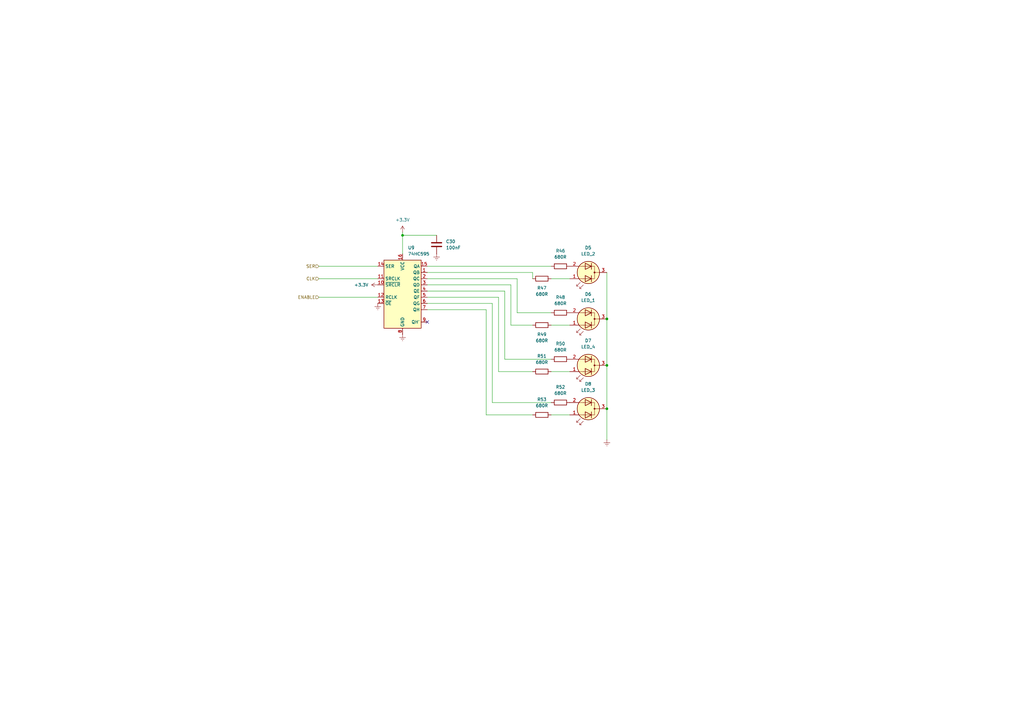
<source format=kicad_sch>
(kicad_sch (version 20231120) (generator "eeschema") (generator_version "8.0")
  (paper "A3")
  (lib_symbols
    (symbol "74xx:74HC595"
      (property "Reference" "U" (at -7.62 13.97 0))
      (property "Value" "74HC595" (at -7.62 -16.51 0))
      (symbol "74HC595_1_0"
        (pin tri_state line (at 10.16 7.62 180) (length 2.54) (name "QB") (number "1"))
        (pin input line (at -10.16 2.54 0) (length 2.54) (name "~{SRCLR}") (number "10"))
        (pin input line (at -10.16 5.08 0) (length 2.54) (name "SRCLK") (number "11"))
        (pin input line (at -10.16 -2.54 0) (length 2.54) (name "RCLK") (number "12"))
        (pin input line (at -10.16 -5.08 0) (length 2.54) (name "~{OE}") (number "13"))
        (pin input line (at -10.16 10.16 0) (length 2.54) (name "SER") (number "14"))
        (pin tri_state line (at 10.16 10.16 180) (length 2.54) (name "QA") (number "15"))
        (pin power_in line (at 0 15.24 270) (length 2.54) (name "VCC") (number "16"))
        (pin tri_state line (at 10.16 5.08 180) (length 2.54) (name "QC") (number "2"))
        (pin tri_state line (at 10.16 2.54 180) (length 2.54) (name "QD") (number "3"))
        (pin tri_state line (at 10.16 0 180) (length 2.54) (name "QE") (number "4"))
        (pin tri_state line (at 10.16 -2.54 180) (length 2.54) (name "QF") (number "5"))
        (pin tri_state line (at 10.16 -5.08 180) (length 2.54) (name "QG") (number "6"))
        (pin tri_state line (at 10.16 -7.62 180) (length 2.54) (name "QH") (number "7"))
        (pin power_in line (at 0 -17.78 90) (length 2.54) (name "GND") (number "8"))
        (pin output line (at 10.16 -12.7 180) (length 2.54) (name "QH'") (number "9"))
      )
      (symbol "74HC595_1_1"
        (rectangle (start -7.62 12.7) (end 7.62 -15.24) (stroke (width 0.254)) (fill (type background)))
      )
    )
    (symbol "Device:C" (pin_numbers hide) (pin_names (offset 0.254))
      (property "Reference" "C" (at 0.635 2.54 0))
      (property "Value" "C" (at 0.635 -2.54 0))
      (symbol "C_0_1"
        (polyline (pts (xy -2.032 -0.762) (xy 2.032 -0.762)) (stroke (width 0.508)))
        (polyline (pts (xy -2.032 0.762) (xy 2.032 0.762)) (stroke (width 0.508)))
      )
      (symbol "C_1_1"
        (pin passive line (at 0 3.81 270) (length 2.794) (name "~") (number "1"))
        (pin passive line (at 0 -3.81 90) (length 2.794) (name "~") (number "2"))
      )
    )
    (symbol "Device:LED_Dual_AAK" (pin_names (offset 0) hide)
      (property "Reference" "D" (at 0 5.715 0))
      (property "Value" "LED_Dual_AAK" (at 0 -6.35 0))
      (symbol "LED_Dual_AAK_0_1"
        (circle (center -2.54 0) (radius 0.2794) (fill (type outline)))
        (polyline (pts (xy -4.572 0) (xy -2.54 0)))
        (polyline (pts (xy -1.27 -1.27) (xy -1.27 -3.81)) (stroke (width 0.254)))
        (polyline (pts (xy -1.27 1.27) (xy -1.27 3.81)) (stroke (width 0.254)))
        (polyline (pts (xy 3.81 -2.54) (xy 1.905 -2.54)))
        (polyline (pts (xy 3.81 2.54) (xy 1.905 2.54)))
        (polyline (pts (xy 1.27 -3.81) (xy 1.27 -1.27) (xy -1.27 -2.54) (xy 1.27 -3.81)) (stroke (width 0.254)))
        (polyline (pts (xy 1.27 1.27) (xy 1.27 3.81) (xy -1.27 2.54) (xy 1.27 1.27)) (stroke (width 0.254)))
        (polyline (pts (xy 2.032 2.54) (xy -2.54 2.54) (xy -2.54 -2.54) (xy 2.032 -2.54)))
        (polyline (pts (xy 2.032 5.08) (xy 3.556 6.604) (xy 2.794 6.604) (xy 3.556 6.604) (xy 3.556 5.842)))
        (polyline (pts (xy 3.302 4.064) (xy 4.826 5.588) (xy 4.064 5.588) (xy 4.826 5.588) (xy 4.826 4.826)))
        (circle (center 0 0) (radius 4.572) (stroke (width 0.254)) (fill (type background)))
      )
      (symbol "LED_Dual_AAK_1_1"
        (pin input line (at 7.62 2.54 180) (length 3.81) (name "A1") (number "1"))
        (pin input line (at 7.62 -2.54 180) (length 3.81) (name "A2") (number "2"))
        (pin input line (at -7.62 0 0) (length 3.048) (name "K") (number "3"))
      )
    )
    (symbol "Device:R" (pin_numbers hide) (pin_names (offset 0))
      (property "Reference" "R" (at 2.032 0 90))
      (property "Value" "R" (at 0 0 90))
      (symbol "R_0_1"
        (rectangle (start -1.016 -2.54) (end 1.016 2.54) (stroke (width 0.254)))
      )
      (symbol "R_1_1"
        (pin passive line (at 0 3.81 270) (length 1.27) (name "~") (number "1"))
        (pin passive line (at 0 -3.81 90) (length 1.27) (name "~") (number "2"))
      )
    )
    (symbol "power:+3.3V" (power) (pin_numbers hide) (pin_names (offset 0) hide)
      (property "Value" "+3.3V" (at 0 3.556 0))
      (symbol "+3.3V_0_1"
        (polyline (pts (xy -0.762 1.27) (xy 0 2.54)))
        (polyline (pts (xy 0 0) (xy 0 2.54)))
        (polyline (pts (xy 0 2.54) (xy 0.762 1.27)))
      )
      (symbol "+3.3V_1_1"
        (pin power_in line (at 0 0 90) (length 0) (name "~") (number "1"))
      )
    )
    (symbol "power:GNDREF" (power) (pin_numbers hide) (pin_names (offset 0) hide)
      (property "Value" "GNDREF" (at 0 -3.81 0))
      (symbol "GNDREF_0_1"
        (polyline (pts (xy -0.635 -1.905) (xy 0.635 -1.905)))
        (polyline (pts (xy -0.127 -2.54) (xy 0.127 -2.54)))
        (polyline (pts (xy 0 -1.27) (xy 0 0)))
        (polyline (pts (xy 1.27 -1.27) (xy -1.27 -1.27)))
      )
      (symbol "GNDREF_1_1"
        (pin power_in line (at 0 0 270) (length 0) (name "~") (number "1"))
      )
    )
  )
  (junction (at 248.92 167.64))
  (junction (at 165.1 96.52))
  (junction (at 248.92 149.86))
  (junction (at 248.92 130.81))
  (no_connect (at 175.26 132.08))
  (wire (pts (xy 175.26 114.3) (xy 212.09 114.3)))
  (wire (pts (xy 175.26 119.38) (xy 207.01 119.38)))
  (wire (pts (xy 130.81 109.22) (xy 154.94 109.22)))
  (wire (pts (xy 248.92 149.86) (xy 248.92 167.64)))
  (wire (pts (xy 201.93 165.1) (xy 201.93 124.46)))
  (wire (pts (xy 226.06 170.18) (xy 233.68 170.18)))
  (wire (pts (xy 248.92 130.81) (xy 248.92 149.86)))
  (wire (pts (xy 130.81 114.3) (xy 154.94 114.3)))
  (wire (pts (xy 226.06 152.4) (xy 233.68 152.4)))
  (wire (pts (xy 212.09 128.27) (xy 226.06 128.27)))
  (wire (pts (xy 154.94 121.92) (xy 130.81 121.92)))
  (wire (pts (xy 204.47 121.92) (xy 175.26 121.92)))
  (wire (pts (xy 175.26 111.76) (xy 218.44 111.76)))
  (wire (pts (xy 212.09 114.3) (xy 212.09 128.27)))
  (wire (pts (xy 165.1 95.25) (xy 165.1 96.52)))
  (wire (pts (xy 218.44 152.4) (xy 204.47 152.4)))
  (wire (pts (xy 207.01 147.32) (xy 226.06 147.32)))
  (wire (pts (xy 207.01 119.38) (xy 207.01 147.32)))
  (wire (pts (xy 226.06 165.1) (xy 201.93 165.1)))
  (wire (pts (xy 226.06 133.35) (xy 233.68 133.35)))
  (wire (pts (xy 204.47 152.4) (xy 204.47 121.92)))
  (wire (pts (xy 165.1 96.52) (xy 165.1 104.14)))
  (wire (pts (xy 209.55 133.35) (xy 209.55 116.84)))
  (wire (pts (xy 175.26 127) (xy 199.39 127)))
  (wire (pts (xy 218.44 111.76) (xy 218.44 114.3)))
  (wire (pts (xy 226.06 114.3) (xy 233.68 114.3)))
  (wire (pts (xy 248.92 180.34) (xy 248.92 167.64)))
  (wire (pts (xy 209.55 116.84) (xy 175.26 116.84)))
  (wire (pts (xy 199.39 127) (xy 199.39 170.18)))
  (wire (pts (xy 165.1 96.52) (xy 179.07 96.52)))
  (wire (pts (xy 201.93 124.46) (xy 175.26 124.46)))
  (wire (pts (xy 199.39 170.18) (xy 218.44 170.18)))
  (wire (pts (xy 248.92 111.76) (xy 248.92 130.81)))
  (wire (pts (xy 175.26 109.22) (xy 226.06 109.22)))
  (wire (pts (xy 218.44 133.35) (xy 209.55 133.35)))
  (hierarchical_label "ENABLE" (shape input) (at 130.81 121.92 180))
  (hierarchical_label "CLK" (shape input) (at 130.81 114.3 180))
  (hierarchical_label "SER" (shape input) (at 130.81 109.22 180))
  (symbol (lib_id "Device:LED_Dual_AAK") (at 241.3 167.64 180) (unit 1)
    (property "Reference" "D8" (at 241.2365 157.48 0))
    (property "Value" "LED_3" (at 241.2365 160.02 0))
    (property "Footprint" "Synth:LED_D5.0mm-3_DUAL" (effects (hide yes)))
    (property "Description" "Dual LED, common cathode on pin 3" (effects (hide yes)))
  )
  (symbol (lib_id "power:GNDREF") (at 179.07 104.14 0) (unit 1)
    (property "Reference" "#PWR092" (effects (hide yes)))
    (property "Value" "GNDREF" (effects (hide yes)))
    (property "Description" "Power symbol creates a global label with name \"GNDREF\" , reference supply ground" (effects (hide yes)))
  )
  (symbol (lib_id "Device:LED_Dual_AAK") (at 241.3 149.86 180) (unit 1)
    (property "Reference" "D7" (at 241.2365 139.7 0))
    (property "Value" "LED_4" (at 241.2365 142.24 0))
    (property "Footprint" "Synth:LED_D5.0mm-3_DUAL" (effects (hide yes)))
    (property "Description" "Dual LED, common cathode on pin 3" (effects (hide yes)))
  )
  (symbol (lib_id "Device:R") (at 229.87 109.22 90) (unit 1)
    (property "Reference" "R46" (at 229.87 102.87 90))
    (property "Value" "680R" (at 229.87 105.41 90))
    (property "Footprint" "Resistor_SMD:R_0805_2012Metric_Pad1.20x1.40mm_HandSolder" (effects (hide yes)))
    (property "Description" "Resistor" (effects (hide yes)))
  )
  (symbol (lib_id "Device:R") (at 229.87 147.32 90) (unit 1)
    (property "Reference" "R50" (at 229.87 140.97 90))
    (property "Value" "680R" (at 229.87 143.51 90))
    (property "Footprint" "Resistor_SMD:R_0805_2012Metric_Pad1.20x1.40mm_HandSolder" (effects (hide yes)))
    (property "Description" "Resistor" (effects (hide yes)))
  )
  (symbol (lib_id "Device:R") (at 222.25 114.3 90) (unit 1)
    (property "Reference" "R47" (at 222.25 118.11 90))
    (property "Value" "680R" (at 222.25 120.65 90))
    (property "Footprint" "Resistor_SMD:R_0805_2012Metric_Pad1.20x1.40mm_HandSolder" (effects (hide yes)))
    (property "Description" "Resistor" (effects (hide yes)))
  )
  (symbol (lib_id "Device:R") (at 229.87 128.27 90) (unit 1)
    (property "Reference" "R48" (at 229.87 121.92 90))
    (property "Value" "680R" (at 229.87 124.46 90))
    (property "Footprint" "Resistor_SMD:R_0805_2012Metric_Pad1.20x1.40mm_HandSolder" (effects (hide yes)))
    (property "Description" "Resistor" (effects (hide yes)))
  )
  (symbol (lib_id "power:GNDREF") (at 248.92 180.34 0) (unit 1)
    (property "Reference" "#PWR096" (effects (hide yes)))
    (property "Value" "GNDREF" (effects (hide yes)))
    (property "Description" "Power symbol creates a global label with name \"GNDREF\" , reference supply ground" (effects (hide yes)))
  )
  (symbol (lib_id "Device:R") (at 222.25 170.18 90) (unit 1)
    (property "Reference" "R53" (at 222.25 163.83 90))
    (property "Value" "680R" (at 222.25 166.37 90))
    (property "Footprint" "Resistor_SMD:R_0805_2012Metric_Pad1.20x1.40mm_HandSolder" (effects (hide yes)))
    (property "Description" "Resistor" (effects (hide yes)))
  )
  (symbol (lib_id "Device:C") (at 179.07 100.33 180) (unit 1)
    (property "Reference" "C30" (at 182.88 99.0599 0) (effects (justify right)))
    (property "Value" "100nF" (at 182.88 101.5999 0) (effects (justify right)))
    (property "Footprint" "Capacitor_SMD:C_0805_2012Metric_Pad1.18x1.45mm_HandSolder" (effects (hide yes)))
    (property "Description" "Unpolarized capacitor" (effects (hide yes)))
  )
  (symbol (lib_id "power:GNDREF") (at 165.1 137.16 0) (unit 1)
    (property "Reference" "#PWR095" (effects (hide yes)))
    (property "Value" "GNDREF" (effects (hide yes)))
    (property "Description" "Power symbol creates a global label with name \"GNDREF\" , reference supply ground" (effects (hide yes)))
  )
  (symbol (lib_id "power:+3.3V") (at 165.1 95.25 0) (unit 1)
    (property "Reference" "#PWR091" (effects (hide yes)))
    (property "Value" "+3.3V" (at 165.1 90.17 0))
    (property "Description" "Power symbol creates a global label with name \"+3.3V\"" (effects (hide yes)))
  )
  (symbol (lib_id "power:+3.3V") (at 154.94 116.84 90) (unit 1)
    (property "Reference" "#PWR093" (effects (hide yes)))
    (property "Value" "+3.3V" (at 151.13 116.8399 90) (effects (justify left)))
    (property "Description" "Power symbol creates a global label with name \"+3.3V\"" (effects (hide yes)))
  )
  (symbol (lib_id "Device:LED_Dual_AAK") (at 241.3 130.81 180) (unit 1)
    (property "Reference" "D6" (at 241.2365 120.65 0))
    (property "Value" "LED_1" (at 241.2365 123.19 0))
    (property "Footprint" "Synth:LED_D5.0mm-3_DUAL" (effects (hide yes)))
    (property "Description" "Dual LED, common cathode on pin 3" (effects (hide yes)))
  )
  (symbol (lib_id "Device:R") (at 229.87 165.1 90) (unit 1)
    (property "Reference" "R52" (at 229.87 158.75 90))
    (property "Value" "680R" (at 229.87 161.29 90))
    (property "Footprint" "Resistor_SMD:R_0805_2012Metric_Pad1.20x1.40mm_HandSolder" (effects (hide yes)))
    (property "Description" "Resistor" (effects (hide yes)))
  )
  (symbol (lib_id "74xx:74HC595") (at 165.1 119.38 0) (unit 1)
    (property "Reference" "U9" (at 167.2941 101.6 0) (effects (justify left)))
    (property "Value" "74HC595" (at 167.2941 104.14 0) (effects (justify left)))
    (property "Footprint" "Synth:SOIC-16" (effects (hide yes)))
    (property "Datasheet" "http://www.ti.com/lit/ds/symlink/sn74hc595.pdf" (effects (hide yes)))
    (property "Description" "8-bit serial in/out Shift Register 3-State Outputs" (effects (hide yes)))
  )
  (symbol (lib_id "Device:LED_Dual_AAK") (at 241.3 111.76 180) (unit 1)
    (property "Reference" "D5" (at 241.2365 101.6 0))
    (property "Value" "LED_2" (at 241.2365 104.14 0))
    (property "Footprint" "Synth:LED_D5.0mm-3_DUAL" (effects (hide yes)))
    (property "Description" "Dual LED, common cathode on pin 3" (effects (hide yes)))
  )
  (symbol (lib_id "Device:R") (at 222.25 133.35 90) (unit 1)
    (property "Reference" "R49" (at 222.25 137.16 90))
    (property "Value" "680R" (at 222.25 139.7 90))
    (property "Footprint" "Resistor_SMD:R_0805_2012Metric_Pad1.20x1.40mm_HandSolder" (effects (hide yes)))
    (property "Description" "Resistor" (effects (hide yes)))
  )
  (symbol (lib_id "power:GNDREF") (at 154.94 124.46 0) (unit 1)
    (property "Reference" "#PWR094" (effects (hide yes)))
    (property "Value" "GNDREF" (effects (hide yes)))
    (property "Description" "Power symbol creates a global label with name \"GNDREF\" , reference supply ground" (effects (hide yes)))
  )
  (symbol (lib_id "Device:R") (at 222.25 152.4 90) (unit 1)
    (property "Reference" "R51" (at 222.25 146.05 90))
    (property "Value" "680R" (at 222.25 148.59 90))
    (property "Footprint" "Resistor_SMD:R_0805_2012Metric_Pad1.20x1.40mm_HandSolder" (effects (hide yes)))
    (property "Description" "Resistor" (effects (hide yes)))
  )
)
</source>
